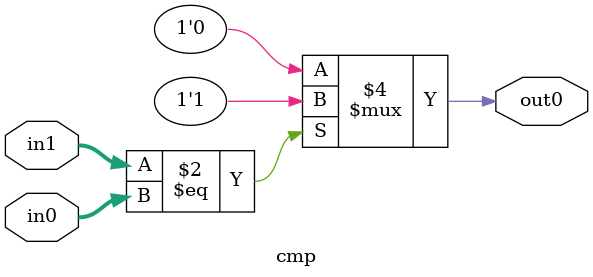
<source format=v>
`timescale 1ns / 1ps

module cmp(
             input [7:0] in0,
             input [7:0] in1,
             output reg out0
          );
always@(*)
  if(in1==in0)
    begin
      out0=1;
    end
  else 
    begin
      out0=0;
    end
endmodule

</source>
